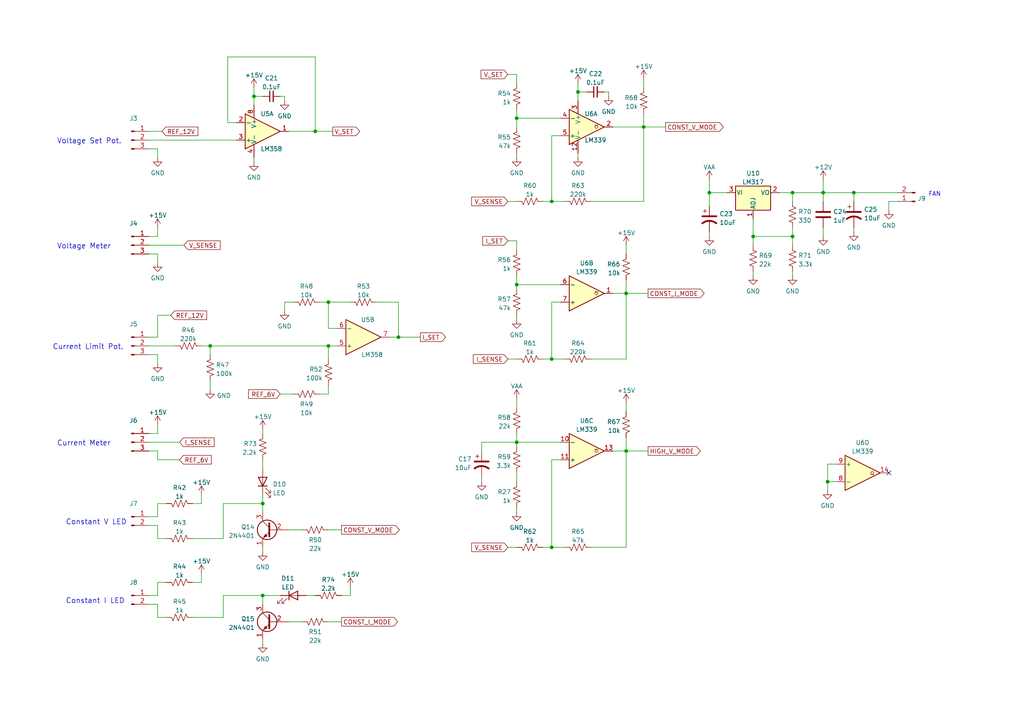
<source format=kicad_sch>
(kicad_sch (version 20211123) (generator eeschema)
  (paper "A4")
  (lib_symbols
    (symbol "Amplifier_Operational:TL082" (pin_names (offset 0.127))
      (property "Reference" "U" (at 0 5.08 0))
      (property "Value" "TL082" (at 0 -5.08 0))
      (symbol "TL082_1_1"
        (polyline (pts (xy -5.08 5.08) (xy 5.08 0) (xy -5.08 -5.08) (xy -5.08 5.08)) (stroke (width 0.254)) (fill (type background)))
        (pin output line (at 7.62 0 180) (length 2.54) (name "~") (number "1"))
        (pin input line (at -7.62 -2.54 0) (length 2.54) (name "-") (number "2"))
        (pin input line (at -7.62 2.54 0) (length 2.54) (name "+") (number "3"))
      )
      (symbol "TL082_2_1"
        (polyline (pts (xy -5.08 5.08) (xy 5.08 0) (xy -5.08 -5.08) (xy -5.08 5.08)) (stroke (width 0.254)) (fill (type background)))
        (pin input line (at -7.62 2.54 0) (length 2.54) (name "+") (number "5"))
        (pin input line (at -7.62 -2.54 0) (length 2.54) (name "-") (number "6"))
        (pin output line (at 7.62 0 180) (length 2.54) (name "~") (number "7"))
      )
      (symbol "TL082_3_1"
        (pin power_in line (at -2.54 -7.62 90) (length 3.81) (name "V-") (number "4"))
        (pin power_in line (at -2.54 7.62 270) (length 3.81) (name "V+") (number "8"))
      )
    )
    (symbol "Comparator:LM339" (pin_names (offset 0.127))
      (property "Reference" "U" (at 0 5.08 0))
      (property "Value" "LM339" (at 0 -5.08 0))
      (symbol "LM339_1_1"
        (polyline (pts (xy -5.08 5.08) (xy 5.08 0) (xy -5.08 -5.08) (xy -5.08 5.08)) (stroke (width 0.254)) (fill (type background)))
        (polyline (pts (xy 3.302 -0.508) (xy 2.794 -0.508) (xy 3.302 0) (xy 2.794 0.508) (xy 2.286 0) (xy 2.794 -0.508) (xy 2.286 -0.508)) (stroke (width 0.127)))
        (pin open_collector line (at 7.62 0 180) (length 2.54) (name "~") (number "2"))
        (pin input line (at -7.62 -2.54 0) (length 2.54) (name "-") (number "4"))
        (pin input line (at -7.62 2.54 0) (length 2.54) (name "+") (number "5"))
      )
      (symbol "LM339_2_1"
        (polyline (pts (xy -5.08 5.08) (xy 5.08 0) (xy -5.08 -5.08) (xy -5.08 5.08)) (stroke (width 0.254)) (fill (type background)))
        (polyline (pts (xy 3.302 -0.508) (xy 2.794 -0.508) (xy 3.302 0) (xy 2.794 0.508) (xy 2.286 0) (xy 2.794 -0.508) (xy 2.286 -0.508)) (stroke (width 0.127)))
        (pin open_collector line (at 7.62 0 180) (length 2.54) (name "~") (number "1"))
        (pin input line (at -7.62 -2.54 0) (length 2.54) (name "-") (number "6"))
        (pin input line (at -7.62 2.54 0) (length 2.54) (name "+") (number "7"))
      )
      (symbol "LM339_3_1"
        (polyline (pts (xy -5.08 5.08) (xy 5.08 0) (xy -5.08 -5.08) (xy -5.08 5.08)) (stroke (width 0.254)) (fill (type background)))
        (polyline (pts (xy 3.302 -0.508) (xy 2.794 -0.508) (xy 3.302 0) (xy 2.794 0.508) (xy 2.286 0) (xy 2.794 -0.508) (xy 2.286 -0.508)) (stroke (width 0.127)))
        (pin input line (at -7.62 -2.54 0) (length 2.54) (name "-") (number "10"))
        (pin input line (at -7.62 2.54 0) (length 2.54) (name "+") (number "11"))
        (pin open_collector line (at 7.62 0 180) (length 2.54) (name "~") (number "13"))
      )
      (symbol "LM339_4_1"
        (polyline (pts (xy -5.08 5.08) (xy 5.08 0) (xy -5.08 -5.08) (xy -5.08 5.08)) (stroke (width 0.254)) (fill (type background)))
        (polyline (pts (xy 3.302 -0.508) (xy 2.794 -0.508) (xy 3.302 0) (xy 2.794 0.508) (xy 2.286 0) (xy 2.794 -0.508) (xy 2.286 -0.508)) (stroke (width 0.127)))
        (pin open_collector line (at 7.62 0 180) (length 2.54) (name "~") (number "14"))
        (pin input line (at -7.62 -2.54 0) (length 2.54) (name "-") (number "8"))
        (pin input line (at -7.62 2.54 0) (length 2.54) (name "+") (number "9"))
      )
      (symbol "LM339_5_1"
        (pin power_in line (at -2.54 -7.62 90) (length 3.81) (name "V-") (number "12"))
        (pin power_in line (at -2.54 7.62 270) (length 3.81) (name "V+") (number "3"))
      )
    )
    (symbol "Connector:Conn_01x02_Male" (pin_names (offset 1.016) hide)
      (property "Reference" "J" (at 0 2.54 0))
      (property "Value" "Conn_01x02_Male" (at 0 -5.08 0))
      (symbol "Conn_01x02_Male_1_1"
        (polyline (pts (xy 1.27 -2.54) (xy 0.8636 -2.54)) (stroke (width 0.1524)))
        (polyline (pts (xy 1.27 0) (xy 0.8636 0)) (stroke (width 0.1524)))
        (rectangle (start 0.8636 -2.413) (end 0 -2.667) (stroke (width 0.1524)) (fill (type outline)))
        (rectangle (start 0.8636 0.127) (end 0 -0.127) (stroke (width 0.1524)) (fill (type outline)))
        (pin passive line (at 5.08 0 180) (length 3.81) (name "Pin_1") (number "1"))
        (pin passive line (at 5.08 -2.54 180) (length 3.81) (name "Pin_2") (number "2"))
      )
    )
    (symbol "Connector:Conn_01x03_Male" (pin_names (offset 1.016) hide)
      (property "Reference" "J" (at 0 5.08 0))
      (property "Value" "Conn_01x03_Male" (at 0 -5.08 0))
      (symbol "Conn_01x03_Male_1_1"
        (polyline (pts (xy 1.27 -2.54) (xy 0.8636 -2.54)) (stroke (width 0.1524)))
        (polyline (pts (xy 1.27 0) (xy 0.8636 0)) (stroke (width 0.1524)))
        (polyline (pts (xy 1.27 2.54) (xy 0.8636 2.54)) (stroke (width 0.1524)))
        (rectangle (start 0.8636 -2.413) (end 0 -2.667) (stroke (width 0.1524)) (fill (type outline)))
        (rectangle (start 0.8636 0.127) (end 0 -0.127) (stroke (width 0.1524)) (fill (type outline)))
        (rectangle (start 0.8636 2.667) (end 0 2.413) (stroke (width 0.1524)) (fill (type outline)))
        (pin passive line (at 5.08 2.54 180) (length 3.81) (name "Pin_1") (number "1"))
        (pin passive line (at 5.08 0 180) (length 3.81) (name "Pin_2") (number "2"))
        (pin passive line (at 5.08 -2.54 180) (length 3.81) (name "Pin_3") (number "3"))
      )
    )
    (symbol "Device:C" (pin_numbers hide) (pin_names (offset 0.254))
      (property "Reference" "C" (at 0.635 2.54 0))
      (property "Value" "C" (at 0.635 -2.54 0))
      (symbol "C_0_1"
        (polyline (pts (xy -2.032 -0.762) (xy 2.032 -0.762)) (stroke (width 0.508)))
        (polyline (pts (xy -2.032 0.762) (xy 2.032 0.762)) (stroke (width 0.508)))
      )
      (symbol "C_1_1"
        (pin passive line (at 0 3.81 270) (length 2.794) (name "~") (number "1"))
        (pin passive line (at 0 -3.81 90) (length 2.794) (name "~") (number "2"))
      )
    )
    (symbol "Device:C_Polarized_US" (pin_numbers hide) (pin_names (offset 0.254) hide)
      (property "Reference" "C" (at 0.635 2.54 0))
      (property "Value" "C_Polarized_US" (at 0.635 -2.54 0))
      (symbol "C_Polarized_US_0_1"
        (polyline (pts (xy -2.032 0.762) (xy 2.032 0.762)) (stroke (width 0.508)))
        (polyline (pts (xy -1.778 2.286) (xy -0.762 2.286)))
        (polyline (pts (xy -1.27 1.778) (xy -1.27 2.794)))
        (arc (start 2.032 -1.27) (mid 0 -0.5572) (end -2.032 -1.27) (stroke (width 0.508)))
      )
      (symbol "C_Polarized_US_1_1"
        (pin passive line (at 0 3.81 270) (length 2.794) (name "~") (number "1"))
        (pin passive line (at 0 -3.81 90) (length 3.302) (name "~") (number "2"))
      )
    )
    (symbol "Device:C_Small" (pin_numbers hide) (pin_names (offset 0.254) hide)
      (property "Reference" "C" (at 0.254 1.778 0))
      (property "Value" "C_Small" (at 0.254 -2.032 0))
      (symbol "C_Small_0_1"
        (polyline (pts (xy -1.524 -0.508) (xy 1.524 -0.508)) (stroke (width 0.3302)))
        (polyline (pts (xy -1.524 0.508) (xy 1.524 0.508)) (stroke (width 0.3048)))
      )
      (symbol "C_Small_1_1"
        (pin passive line (at 0 2.54 270) (length 2.032) (name "~") (number "1"))
        (pin passive line (at 0 -2.54 90) (length 2.032) (name "~") (number "2"))
      )
    )
    (symbol "Device:LED" (pin_numbers hide) (pin_names (offset 1.016) hide)
      (property "Reference" "D" (at 0 2.54 0))
      (property "Value" "LED" (at 0 -2.54 0))
      (symbol "LED_0_1"
        (polyline (pts (xy -1.27 -1.27) (xy -1.27 1.27)) (stroke (width 0.254)))
        (polyline (pts (xy -1.27 0) (xy 1.27 0)))
        (polyline (pts (xy 1.27 -1.27) (xy 1.27 1.27) (xy -1.27 0) (xy 1.27 -1.27)) (stroke (width 0.254)))
        (polyline (pts (xy -3.048 -0.762) (xy -4.572 -2.286) (xy -3.81 -2.286) (xy -4.572 -2.286) (xy -4.572 -1.524)))
        (polyline (pts (xy -1.778 -0.762) (xy -3.302 -2.286) (xy -2.54 -2.286) (xy -3.302 -2.286) (xy -3.302 -1.524)))
      )
      (symbol "LED_1_1"
        (pin passive line (at -3.81 0 0) (length 2.54) (name "K") (number "1"))
        (pin passive line (at 3.81 0 180) (length 2.54) (name "A") (number "2"))
      )
    )
    (symbol "Device:R_US" (pin_numbers hide) (pin_names (offset 0))
      (property "Reference" "R" (at 2.54 0 90))
      (property "Value" "R_US" (at -2.54 0 90))
      (symbol "R_US_0_1"
        (polyline (pts (xy 0 -2.286) (xy 0 -2.54)))
        (polyline (pts (xy 0 2.286) (xy 0 2.54)))
        (polyline (pts (xy 0 -0.762) (xy 1.016 -1.143) (xy 0 -1.524) (xy -1.016 -1.905) (xy 0 -2.286)))
        (polyline (pts (xy 0 0.762) (xy 1.016 0.381) (xy 0 0) (xy -1.016 -0.381) (xy 0 -0.762)))
        (polyline (pts (xy 0 2.286) (xy 1.016 1.905) (xy 0 1.524) (xy -1.016 1.143) (xy 0 0.762)))
      )
      (symbol "R_US_1_1"
        (pin passive line (at 0 3.81 270) (length 1.27) (name "~") (number "1"))
        (pin passive line (at 0 -3.81 90) (length 1.27) (name "~") (number "2"))
      )
    )
    (symbol "Regulator_Linear:LM317_TO-220" (pin_names (offset 0.254))
      (property "Reference" "U" (at -3.81 3.175 0))
      (property "Value" "LM317_TO-220" (at 0 3.175 0))
      (symbol "LM317_TO-220_0_1"
        (rectangle (start -5.08 1.905) (end 5.08 -5.08) (stroke (width 0.254)) (fill (type background)))
      )
      (symbol "LM317_TO-220_1_1"
        (pin input line (at 0 -7.62 90) (length 2.54) (name "ADJ") (number "1"))
        (pin power_out line (at 7.62 0 180) (length 2.54) (name "VO") (number "2"))
        (pin power_in line (at -7.62 0 0) (length 2.54) (name "VI") (number "3"))
      )
    )
    (symbol "Transistor_BJT:2N3904" (pin_names (offset 0) hide)
      (property "Reference" "Q" (at 5.08 1.905 0))
      (property "Value" "2N3904" (at 5.08 0 0))
      (symbol "2N3904_0_1"
        (polyline (pts (xy 0.635 0.635) (xy 2.54 2.54)))
        (polyline (pts (xy 0.635 -0.635) (xy 2.54 -2.54) (xy 2.54 -2.54)))
        (polyline (pts (xy 0.635 1.905) (xy 0.635 -1.905) (xy 0.635 -1.905)) (stroke (width 0.508)))
        (polyline (pts (xy 1.27 -1.778) (xy 1.778 -1.27) (xy 2.286 -2.286) (xy 1.27 -1.778) (xy 1.27 -1.778)) (fill (type outline)))
        (circle (center 1.27 0) (radius 2.8194) (stroke (width 0.254)))
      )
      (symbol "2N3904_1_1"
        (pin passive line (at 2.54 -5.08 90) (length 2.54) (name "E") (number "1"))
        (pin passive line (at -5.08 0 0) (length 5.715) (name "B") (number "2"))
        (pin passive line (at 2.54 5.08 270) (length 2.54) (name "C") (number "3"))
      )
    )
    (symbol "power:+12V" (power) (pin_names (offset 0))
      (property "Value" "+12V" (at 0 3.556 0))
      (symbol "+12V_0_1"
        (polyline (pts (xy -0.762 1.27) (xy 0 2.54)))
        (polyline (pts (xy 0 0) (xy 0 2.54)))
        (polyline (pts (xy 0 2.54) (xy 0.762 1.27)))
      )
      (symbol "+12V_1_1"
        (pin power_in line (at 0 0 90) (length 0) hide (name "+12V") (number "1"))
      )
    )
    (symbol "power:+15V" (power) (pin_names (offset 0))
      (property "Value" "+15V" (at 0 3.556 0))
      (symbol "+15V_0_1"
        (polyline (pts (xy -0.762 1.27) (xy 0 2.54)))
        (polyline (pts (xy 0 0) (xy 0 2.54)))
        (polyline (pts (xy 0 2.54) (xy 0.762 1.27)))
      )
      (symbol "+15V_1_1"
        (pin power_in line (at 0 0 90) (length 0) hide (name "+15V") (number "1"))
      )
    )
    (symbol "power:GND" (power) (pin_names (offset 0))
      (property "Value" "GND" (at 0 -3.81 0))
      (symbol "GND_0_1"
        (polyline (pts (xy 0 0) (xy 0 -1.27) (xy 1.27 -1.27) (xy 0 -2.54) (xy -1.27 -1.27) (xy 0 -1.27)))
      )
      (symbol "GND_1_1"
        (pin power_in line (at 0 0 270) (length 0) hide (name "GND") (number "1"))
      )
    )
    (symbol "power:VAA" (power) (pin_names (offset 0))
      (property "Value" "VAA" (at 0 3.81 0))
      (symbol "VAA_0_1"
        (polyline (pts (xy -0.762 1.27) (xy 0 2.54)))
        (polyline (pts (xy 0 0) (xy 0 2.54)))
        (polyline (pts (xy 0 2.54) (xy 0.762 1.27)))
      )
      (symbol "VAA_1_1"
        (pin power_in line (at 0 0 90) (length 0) hide (name "VAA") (number "1"))
      )
    )
  )
  (junction (at 181.61 130.81))
  (junction (at 218.44 68.58))
  (junction (at 95.25 87.63))
  (junction (at 247.65 55.88))
  (junction (at 76.2 172.72))
  (junction (at 160.02 104.14))
  (junction (at 76.2 146.05))
  (junction (at 229.87 55.88))
  (junction (at 149.86 82.55))
  (junction (at 186.69 36.83))
  (junction (at 60.96 100.33))
  (junction (at 238.76 55.88))
  (junction (at 149.86 128.27))
  (junction (at 167.64 26.67))
  (junction (at 205.74 55.88))
  (junction (at 229.87 68.58))
  (junction (at 181.61 85.09))
  (junction (at 91.44 38.1))
  (junction (at 95.25 100.33))
  (junction (at 149.86 34.29))
  (junction (at 115.57 97.79))
  (junction (at 160.02 158.75))
  (junction (at 240.03 139.7))
  (junction (at 160.02 58.42))
  (junction (at 73.66 27.94))
  (no_connect (at 257.81 137.16))
  (wire (pts (xy 139.7 128.27) (xy 149.86 128.27)))
  (wire (pts (xy 85.09 87.63) (xy 82.55 87.63)))
  (wire (pts (xy 83.82 180.34) (xy 87.63 180.34)))
  (wire (pts (xy 247.65 55.88) (xy 260.35 55.88)))
  (wire (pts (xy 186.69 22.86) (xy 186.69 25.4)))
  (wire (pts (xy 82.55 87.63) (xy 82.55 90.17)))
  (wire (pts (xy 60.96 100.33) (xy 95.25 100.33)))
  (wire (pts (xy 167.64 26.67) (xy 167.64 29.21)))
  (wire (pts (xy 95.25 87.63) (xy 92.71 87.63)))
  (wire (pts (xy 64.77 146.05) (xy 76.2 146.05)))
  (wire (pts (xy 260.35 58.42) (xy 257.81 58.42)))
  (wire (pts (xy 167.64 24.13) (xy 167.64 26.67)))
  (wire (pts (xy 55.88 156.21) (xy 64.77 156.21)))
  (wire (pts (xy 149.86 80.01) (xy 149.86 82.55)))
  (wire (pts (xy 149.86 44.45) (xy 149.86 45.72)))
  (wire (pts (xy 149.86 31.75) (xy 149.86 34.29)))
  (wire (pts (xy 76.2 185.42) (xy 76.2 186.69)))
  (wire (pts (xy 55.88 179.07) (xy 64.77 179.07)))
  (wire (pts (xy 64.77 156.21) (xy 64.77 146.05)))
  (wire (pts (xy 45.72 73.66) (xy 45.72 76.2)))
  (wire (pts (xy 45.72 97.79) (xy 45.72 91.44)))
  (wire (pts (xy 210.82 55.88) (xy 205.74 55.88)))
  (wire (pts (xy 218.44 68.58) (xy 229.87 68.58)))
  (wire (pts (xy 149.86 91.44) (xy 149.86 92.71)))
  (wire (pts (xy 48.26 179.07) (xy 45.72 179.07)))
  (wire (pts (xy 43.18 100.33) (xy 50.8 100.33)))
  (wire (pts (xy 73.66 27.94) (xy 73.66 30.48)))
  (wire (pts (xy 157.48 158.75) (xy 160.02 158.75)))
  (wire (pts (xy 240.03 139.7) (xy 242.57 139.7)))
  (wire (pts (xy 160.02 158.75) (xy 163.83 158.75)))
  (wire (pts (xy 240.03 134.62) (xy 240.03 139.7)))
  (wire (pts (xy 149.86 115.57) (xy 149.86 118.11)))
  (wire (pts (xy 186.69 33.02) (xy 186.69 36.83)))
  (wire (pts (xy 181.61 81.28) (xy 181.61 85.09)))
  (wire (pts (xy 257.81 58.42) (xy 257.81 60.96)))
  (wire (pts (xy 76.2 133.35) (xy 76.2 135.89)))
  (wire (pts (xy 139.7 130.81) (xy 139.7 128.27)))
  (wire (pts (xy 52.07 133.35) (xy 45.72 133.35)))
  (wire (pts (xy 181.61 158.75) (xy 181.61 130.81)))
  (wire (pts (xy 43.18 73.66) (xy 45.72 73.66)))
  (wire (pts (xy 45.72 43.18) (xy 45.72 45.72)))
  (wire (pts (xy 162.56 133.35) (xy 160.02 133.35)))
  (wire (pts (xy 218.44 63.5) (xy 218.44 68.58)))
  (wire (pts (xy 181.61 85.09) (xy 177.8 85.09)))
  (wire (pts (xy 229.87 58.42) (xy 229.87 55.88)))
  (wire (pts (xy 115.57 87.63) (xy 115.57 97.79)))
  (wire (pts (xy 167.64 26.67) (xy 170.18 26.67)))
  (wire (pts (xy 176.53 26.67) (xy 176.53 27.94)))
  (wire (pts (xy 91.44 38.1) (xy 96.52 38.1)))
  (wire (pts (xy 43.18 125.73) (xy 45.72 125.73)))
  (wire (pts (xy 218.44 68.58) (xy 218.44 71.12)))
  (wire (pts (xy 45.72 133.35) (xy 45.72 130.81)))
  (wire (pts (xy 149.86 128.27) (xy 162.56 128.27)))
  (wire (pts (xy 45.72 179.07) (xy 45.72 175.26)))
  (wire (pts (xy 82.55 27.94) (xy 82.55 29.21)))
  (wire (pts (xy 160.02 58.42) (xy 163.83 58.42)))
  (wire (pts (xy 73.66 45.72) (xy 73.66 46.99)))
  (wire (pts (xy 91.44 16.51) (xy 91.44 38.1)))
  (wire (pts (xy 95.25 95.25) (xy 95.25 87.63)))
  (wire (pts (xy 149.86 125.73) (xy 149.86 128.27)))
  (wire (pts (xy 81.28 114.3) (xy 85.09 114.3)))
  (wire (pts (xy 58.42 166.37) (xy 58.42 168.91)))
  (wire (pts (xy 181.61 127) (xy 181.61 130.81)))
  (wire (pts (xy 157.48 104.14) (xy 160.02 104.14)))
  (wire (pts (xy 45.72 152.4) (xy 43.18 152.4)))
  (wire (pts (xy 149.86 137.16) (xy 149.86 139.7)))
  (wire (pts (xy 43.18 97.79) (xy 45.72 97.79)))
  (wire (pts (xy 92.71 114.3) (xy 95.25 114.3)))
  (wire (pts (xy 45.72 146.05) (xy 45.72 149.86)))
  (wire (pts (xy 109.22 87.63) (xy 115.57 87.63)))
  (wire (pts (xy 95.25 153.67) (xy 99.06 153.67)))
  (wire (pts (xy 171.45 104.14) (xy 181.61 104.14)))
  (wire (pts (xy 139.7 138.43) (xy 139.7 139.7)))
  (wire (pts (xy 95.25 111.76) (xy 95.25 114.3)))
  (wire (pts (xy 171.45 58.42) (xy 186.69 58.42)))
  (wire (pts (xy 45.72 168.91) (xy 45.72 172.72)))
  (wire (pts (xy 43.18 128.27) (xy 52.07 128.27)))
  (wire (pts (xy 167.64 44.45) (xy 167.64 45.72)))
  (wire (pts (xy 95.25 100.33) (xy 97.79 100.33)))
  (wire (pts (xy 66.04 35.56) (xy 66.04 16.51)))
  (wire (pts (xy 64.77 172.72) (xy 76.2 172.72)))
  (wire (pts (xy 60.96 110.49) (xy 60.96 113.03)))
  (wire (pts (xy 147.32 69.85) (xy 149.86 69.85)))
  (wire (pts (xy 229.87 78.74) (xy 229.87 80.01)))
  (wire (pts (xy 205.74 52.07) (xy 205.74 55.88)))
  (wire (pts (xy 162.56 87.63) (xy 160.02 87.63)))
  (wire (pts (xy 45.72 175.26) (xy 43.18 175.26)))
  (wire (pts (xy 58.42 100.33) (xy 60.96 100.33)))
  (wire (pts (xy 181.61 130.81) (xy 187.96 130.81)))
  (wire (pts (xy 95.25 104.14) (xy 95.25 100.33)))
  (wire (pts (xy 160.02 133.35) (xy 160.02 158.75)))
  (wire (pts (xy 181.61 104.14) (xy 181.61 85.09)))
  (wire (pts (xy 45.72 156.21) (xy 45.72 152.4)))
  (wire (pts (xy 147.32 158.75) (xy 149.86 158.75)))
  (wire (pts (xy 45.72 123.19) (xy 45.72 125.73)))
  (wire (pts (xy 149.86 147.32) (xy 149.86 148.59)))
  (wire (pts (xy 48.26 156.21) (xy 45.72 156.21)))
  (wire (pts (xy 247.65 58.42) (xy 247.65 55.88)))
  (wire (pts (xy 43.18 38.1) (xy 46.99 38.1)))
  (wire (pts (xy 45.72 172.72) (xy 43.18 172.72)))
  (wire (pts (xy 76.2 158.75) (xy 76.2 160.02)))
  (wire (pts (xy 43.18 68.58) (xy 45.72 68.58)))
  (wire (pts (xy 160.02 87.63) (xy 160.02 104.14)))
  (wire (pts (xy 229.87 68.58) (xy 229.87 71.12)))
  (wire (pts (xy 171.45 158.75) (xy 181.61 158.75)))
  (wire (pts (xy 83.82 38.1) (xy 91.44 38.1)))
  (wire (pts (xy 73.66 27.94) (xy 76.2 27.94)))
  (wire (pts (xy 68.58 35.56) (xy 66.04 35.56)))
  (wire (pts (xy 45.72 66.04) (xy 45.72 68.58)))
  (wire (pts (xy 76.2 143.51) (xy 76.2 146.05)))
  (wire (pts (xy 45.72 130.81) (xy 43.18 130.81)))
  (wire (pts (xy 238.76 66.04) (xy 238.76 68.58)))
  (wire (pts (xy 115.57 97.79) (xy 113.03 97.79)))
  (wire (pts (xy 242.57 134.62) (xy 240.03 134.62)))
  (wire (pts (xy 149.86 82.55) (xy 149.86 83.82)))
  (wire (pts (xy 240.03 139.7) (xy 240.03 142.24)))
  (wire (pts (xy 177.8 36.83) (xy 186.69 36.83)))
  (wire (pts (xy 95.25 87.63) (xy 101.6 87.63)))
  (wire (pts (xy 229.87 55.88) (xy 226.06 55.88)))
  (wire (pts (xy 160.02 39.37) (xy 160.02 58.42)))
  (wire (pts (xy 147.32 58.42) (xy 149.86 58.42)))
  (wire (pts (xy 238.76 55.88) (xy 238.76 58.42)))
  (wire (pts (xy 55.88 168.91) (xy 58.42 168.91)))
  (wire (pts (xy 175.26 26.67) (xy 176.53 26.67)))
  (wire (pts (xy 64.77 179.07) (xy 64.77 172.72)))
  (wire (pts (xy 181.61 130.81) (xy 177.8 130.81)))
  (wire (pts (xy 58.42 143.51) (xy 58.42 146.05)))
  (wire (pts (xy 76.2 172.72) (xy 76.2 175.26)))
  (wire (pts (xy 43.18 40.64) (xy 68.58 40.64)))
  (wire (pts (xy 83.82 153.67) (xy 87.63 153.67)))
  (wire (pts (xy 48.26 146.05) (xy 45.72 146.05)))
  (wire (pts (xy 160.02 104.14) (xy 163.83 104.14)))
  (wire (pts (xy 147.32 21.59) (xy 149.86 21.59)))
  (wire (pts (xy 45.72 102.87) (xy 45.72 105.41)))
  (wire (pts (xy 149.86 34.29) (xy 149.86 36.83)))
  (wire (pts (xy 97.79 95.25) (xy 95.25 95.25)))
  (wire (pts (xy 238.76 55.88) (xy 247.65 55.88)))
  (wire (pts (xy 229.87 66.04) (xy 229.87 68.58)))
  (wire (pts (xy 43.18 43.18) (xy 45.72 43.18)))
  (wire (pts (xy 181.61 116.84) (xy 181.61 119.38)))
  (wire (pts (xy 162.56 39.37) (xy 160.02 39.37)))
  (wire (pts (xy 149.86 69.85) (xy 149.86 72.39)))
  (wire (pts (xy 43.18 102.87) (xy 45.72 102.87)))
  (wire (pts (xy 95.25 180.34) (xy 99.06 180.34)))
  (wire (pts (xy 66.04 16.51) (xy 91.44 16.51)))
  (wire (pts (xy 238.76 52.07) (xy 238.76 55.88)))
  (wire (pts (xy 81.28 27.94) (xy 82.55 27.94)))
  (wire (pts (xy 181.61 85.09) (xy 187.96 85.09)))
  (wire (pts (xy 115.57 97.79) (xy 121.92 97.79)))
  (wire (pts (xy 101.6 172.72) (xy 101.6 170.18)))
  (wire (pts (xy 147.32 104.14) (xy 149.86 104.14)))
  (wire (pts (xy 157.48 58.42) (xy 160.02 58.42)))
  (wire (pts (xy 186.69 36.83) (xy 193.04 36.83)))
  (wire (pts (xy 76.2 124.46) (xy 76.2 125.73)))
  (wire (pts (xy 45.72 149.86) (xy 43.18 149.86)))
  (wire (pts (xy 76.2 146.05) (xy 76.2 148.59)))
  (wire (pts (xy 149.86 128.27) (xy 149.86 129.54)))
  (wire (pts (xy 99.06 172.72) (xy 101.6 172.72)))
  (wire (pts (xy 186.69 58.42) (xy 186.69 36.83)))
  (wire (pts (xy 73.66 25.4) (xy 73.66 27.94)))
  (wire (pts (xy 149.86 21.59) (xy 149.86 24.13)))
  (wire (pts (xy 205.74 67.31) (xy 205.74 68.58)))
  (wire (pts (xy 48.26 168.91) (xy 45.72 168.91)))
  (wire (pts (xy 205.74 55.88) (xy 205.74 59.69)))
  (wire (pts (xy 229.87 55.88) (xy 238.76 55.88)))
  (wire (pts (xy 43.18 71.12) (xy 53.34 71.12)))
  (wire (pts (xy 181.61 71.12) (xy 181.61 73.66)))
  (wire (pts (xy 218.44 78.74) (xy 218.44 80.01)))
  (wire (pts (xy 149.86 34.29) (xy 162.56 34.29)))
  (wire (pts (xy 247.65 66.04) (xy 247.65 67.31)))
  (wire (pts (xy 91.44 172.72) (xy 88.9 172.72)))
  (wire (pts (xy 45.72 91.44) (xy 49.53 91.44)))
  (wire (pts (xy 149.86 82.55) (xy 162.56 82.55)))
  (wire (pts (xy 55.88 146.05) (xy 58.42 146.05)))
  (wire (pts (xy 76.2 172.72) (xy 81.28 172.72)))
  (wire (pts (xy 60.96 100.33) (xy 60.96 102.87)))
  (text "Constant I LED" (at 19.05 175.26 0) (effects (font (size 1.5 1.5)) (justify left bottom)))
  (text "Voltage Meter" (at 16.51 72.39 0) (effects (font (size 1.5 1.5)) (justify left bottom)))
  (text "Constant V LED" (at 19.05 152.4 0) (effects (font (size 1.5 1.5)) (justify left bottom)))
  (text "Voltage Set Pot." (at 16.51 41.91 0) (effects (font (size 1.5 1.5)) (justify left bottom)))
  (text "FAN" (at 269.24 57.15 0) (effects (font (size 1.27 1.27)) (justify left bottom)))
  (text "Current Limit Pot." (at 15.24 101.6 0) (effects (font (size 1.5 1.5)) (justify left bottom)))
  (text "Current Meter" (at 16.51 129.54 0) (effects (font (size 1.5 1.5)) (justify left bottom)))
  (global_label "CONST_I_MODE" (shape output) (at 99.06 180.34 0) (property "Intersheet References" "${INTERSHEET_REFS}" (effects hide)))
  (global_label "CONST_I_MODE" (shape output) (at 187.96 85.09 0) (property "Intersheet References" "${INTERSHEET_REFS}" (effects hide)))
  (global_label "HIGH_V_MODE" (shape output) (at 187.96 130.81 0) (property "Intersheet References" "${INTERSHEET_REFS}" (effects hide)))
  (global_label "V_SET" (shape output) (at 96.52 38.1 0) (property "Intersheet References" "${INTERSHEET_REFS}" (effects hide)))
  (global_label "I_SET" (shape output) (at 121.92 97.79 0) (property "Intersheet References" "${INTERSHEET_REFS}" (effects hide)))
  (global_label "CONST_V_MODE" (shape output) (at 99.06 153.67 0) (property "Intersheet References" "${INTERSHEET_REFS}" (effects hide)))
  (global_label "REF_6V" (shape input) (at 52.07 133.35 0) (property "Intersheet References" "${INTERSHEET_REFS}" (effects hide)))
  (global_label "I_SET" (shape input) (at 147.32 69.85 180) (property "Intersheet References" "${INTERSHEET_REFS}" (effects hide)))
  (global_label "REF_6V" (shape input) (at 81.28 114.3 180) (property "Intersheet References" "${INTERSHEET_REFS}" (effects hide)))
  (global_label "I_SENSE" (shape input) (at 147.32 104.14 180) (property "Intersheet References" "${INTERSHEET_REFS}" (effects hide)))
  (global_label "REF_12V" (shape input) (at 46.99 38.1 0) (property "Intersheet References" "${INTERSHEET_REFS}" (effects hide)))
  (global_label "V_SENSE" (shape input) (at 147.32 158.75 180) (property "Intersheet References" "${INTERSHEET_REFS}" (effects hide)))
  (global_label "V_SENSE" (shape input) (at 147.32 58.42 180) (property "Intersheet References" "${INTERSHEET_REFS}" (effects hide)))
  (global_label "V_SENSE" (shape input) (at 53.34 71.12 0) (property "Intersheet References" "${INTERSHEET_REFS}" (effects hide)))
  (global_label "V_SET" (shape input) (at 147.32 21.59 180) (property "Intersheet References" "${INTERSHEET_REFS}" (effects hide)))
  (global_label "REF_12V" (shape input) (at 49.53 91.44 0) (property "Intersheet References" "${INTERSHEET_REFS}" (effects hide)))
  (global_label "I_SENSE" (shape input) (at 52.07 128.27 0) (property "Intersheet References" "${INTERSHEET_REFS}" (effects hide)))
  (global_label "CONST_V_MODE" (shape output) (at 193.04 36.83 0) (property "Intersheet References" "${INTERSHEET_REFS}" (effects hide)))
  (symbol (lib_id "Device:R_US") (at 54.61 100.33 270) (mirror x) (unit 1)
    (property "Reference" "R46" (at 54.61 95.7412 90))
    (property "Value" "220k" (at 54.61 98.2781 90))
    (property "Footprint" "Resistor_THT:R_Axial_DIN0207_L6.3mm_D2.5mm_P10.16mm_Horizontal" (effects hide))
  )
  (symbol (lib_id "power:GND") (at 82.55 90.17 0) (unit 1)
    (property "Reference" "#PWR0153" (effects hide))
    (property "Value" "GND" (at 82.55 94.6134 0))
  )
  (symbol (lib_id "Device:R_US") (at 181.61 123.19 0) (mirror x) (unit 1)
    (property "Reference" "R67" (at 179.9591 122.3553 0) (effects (justify right)))
    (property "Value" "10k" (at 179.9591 124.8922 0) (effects (justify right)))
    (property "Footprint" "Resistor_THT:R_Axial_DIN0207_L6.3mm_D2.5mm_P10.16mm_Horizontal" (effects hide))
  )
  (symbol (lib_id "Connector:Conn_01x02_Male") (at 38.1 149.86 0) (unit 1)
    (property "Reference" "J7" (at 38.735 146.084 0))
    (property "Value" "Conn_01x02_Male" (effects hide))
    (property "Footprint" "Connector_PinHeader_2.54mm:PinHeader_1x02_P2.54mm_Horizontal" (effects hide))
  )
  (symbol (lib_id "Amplifier_Operational:TL082") (at 105.41 97.79 0) (mirror x) (unit 2)
    (property "Reference" "U5" (at 106.68 92.71 0))
    (property "Value" "LM358" (at 107.95 102.87 0))
    (property "Footprint" "Package_DIP:DIP-8_W7.62mm" (effects hide))
    (property "Datasheet" "http://www.ti.com/lit/ds/symlink/tl081.pdf" (effects hide))
  )
  (symbol (lib_id "Device:R_US") (at 52.07 179.07 90) (mirror x) (unit 1)
    (property "Reference" "R45" (at 52.07 174.4812 90))
    (property "Value" "1k" (at 52.07 177.0181 90))
    (property "Footprint" "Resistor_THT:R_Axial_DIN0207_L6.3mm_D2.5mm_P10.16mm_Horizontal" (effects hide))
  )
  (symbol (lib_id "power:+15V") (at 45.72 123.19 0) (unit 1)
    (property "Reference" "#PWR0148" (effects hide))
    (property "Value" "+15V" (at 45.72 119.6142 0))
  )
  (symbol (lib_id "power:+12V") (at 238.76 52.07 0) (unit 1)
    (property "Reference" "#PWR036" (effects hide))
    (property "Value" "+12V" (at 238.76 48.4942 0))
  )
  (symbol (lib_id "power:GND") (at 76.2 186.69 0) (unit 1)
    (property "Reference" "#PWR021" (effects hide))
    (property "Value" "GND" (at 76.2 191.1334 0))
  )
  (symbol (lib_id "Connector:Conn_01x02_Male") (at 38.1 172.72 0) (unit 1)
    (property "Reference" "J8" (at 38.735 168.944 0))
    (property "Value" "Conn_01x02_Male" (effects hide))
    (property "Footprint" "Connector_PinHeader_2.54mm:PinHeader_1x02_P2.54mm_Horizontal" (effects hide))
  )
  (symbol (lib_id "power:GND") (at 73.66 46.99 0) (unit 1)
    (property "Reference" "#PWR0151" (effects hide))
    (property "Value" "GND" (at 73.66 51.4334 0))
  )
  (symbol (lib_id "Device:R_US") (at 60.96 106.68 0) (mirror y) (unit 1)
    (property "Reference" "R47" (at 62.611 105.8453 0) (effects (justify right)))
    (property "Value" "100k" (at 62.611 108.3822 0) (effects (justify right)))
    (property "Footprint" "Resistor_THT:R_Axial_DIN0207_L6.3mm_D2.5mm_P10.16mm_Horizontal" (effects hide))
  )
  (symbol (lib_id "power:VAA") (at 149.86 115.57 0) (unit 1)
    (property "Reference" "#PWR048" (effects hide))
    (property "Value" "VAA" (at 149.86 111.9942 0))
  )
  (symbol (lib_id "Device:R_US") (at 218.44 74.93 0) (unit 1)
    (property "Reference" "R69" (at 220.091 74.0953 0) (effects (justify left)))
    (property "Value" "22k" (at 220.091 76.6322 0) (effects (justify left)))
    (property "Footprint" "Resistor_THT:R_Axial_DIN0207_L6.3mm_D2.5mm_P10.16mm_Horizontal" (effects hide))
  )
  (symbol (lib_id "Device:R_US") (at 167.64 104.14 90) (mirror x) (unit 1)
    (property "Reference" "R64" (at 167.64 99.5512 90))
    (property "Value" "220k" (at 167.64 102.0881 90))
    (property "Footprint" "Resistor_THT:R_Axial_DIN0207_L6.3mm_D2.5mm_P10.16mm_Horizontal" (effects hide))
  )
  (symbol (lib_id "power:GND") (at 60.96 113.03 0) (unit 1)
    (property "Reference" "#PWR019" (effects hide))
    (property "Value" "GND" (at 62.865 114.7338 0) (effects (justify left)))
  )
  (symbol (lib_id "Comparator:LM339") (at 170.18 85.09 0) (mirror x) (unit 2)
    (property "Reference" "U6" (at 170.18 76.3102 0))
    (property "Value" "LM339" (at 170.18 78.8471 0))
    (property "Footprint" "Package_DIP:DIP-14_W7.62mm" (effects hide))
    (property "Datasheet" "https://www.st.com/resource/en/datasheet/lm139.pdf" (effects hide))
  )
  (symbol (lib_id "power:GND") (at 149.86 92.71 0) (unit 1)
    (property "Reference" "#PWR024" (effects hide))
    (property "Value" "GND" (at 149.86 97.1534 0))
  )
  (symbol (lib_id "Device:R_US") (at 186.69 29.21 0) (mirror x) (unit 1)
    (property "Reference" "R68" (at 185.0391 28.3753 0) (effects (justify right)))
    (property "Value" "10k" (at 185.0391 30.9122 0) (effects (justify right)))
    (property "Footprint" "Resistor_THT:R_Axial_DIN0207_L6.3mm_D2.5mm_P10.16mm_Horizontal" (effects hide))
  )
  (symbol (lib_id "Device:R_US") (at 229.87 74.93 0) (unit 1)
    (property "Reference" "R71" (at 231.521 74.0953 0) (effects (justify left)))
    (property "Value" "3.3k" (at 231.521 76.6322 0) (effects (justify left)))
    (property "Footprint" "Resistor_THT:R_Axial_DIN0207_L6.3mm_D2.5mm_P10.16mm_Horizontal" (effects hide))
  )
  (symbol (lib_id "Regulator_Linear:LM317_TO-220") (at 218.44 55.88 0) (unit 1)
    (property "Reference" "U10" (at 218.44 50.2752 0))
    (property "Value" "LM317" (at 218.44 52.8121 0))
    (property "Footprint" "Package_TO_SOT_THT:TO-220-3_Vertical" (effects hide))
    (property "Datasheet" "http://www.ti.com/lit/ds/symlink/lm317.pdf" (effects hide))
  )
  (symbol (lib_id "Device:R_US") (at 149.86 76.2 0) (mirror x) (unit 1)
    (property "Reference" "R56" (at 148.209 75.3653 0) (effects (justify right)))
    (property "Value" "1k" (at 148.209 77.9022 0) (effects (justify right)))
    (property "Footprint" "Resistor_THT:R_Axial_DIN0207_L6.3mm_D2.5mm_P10.16mm_Horizontal" (effects hide))
  )
  (symbol (lib_id "power:GND") (at 205.74 68.58 0) (unit 1)
    (property "Reference" "#PWR033" (effects hide))
    (property "Value" "GND" (at 205.74 73.0234 0))
  )
  (symbol (lib_id "Amplifier_Operational:TL082") (at 76.2 38.1 0) (unit 3)
    (property "Reference" "U5" (effects hide))
    (property "Value" "LM358" (effects hide))
    (property "Footprint" "Package_DIP:DIP-8_W7.62mm" (effects hide))
    (property "Datasheet" "http://www.ti.com/lit/ds/symlink/tl081.pdf" (effects hide))
  )
  (symbol (lib_id "Device:R_US") (at 149.86 133.35 0) (mirror x) (unit 1)
    (property "Reference" "R59" (at 148.2091 132.5153 0) (effects (justify right)))
    (property "Value" "3.3k" (at 148.2091 135.0522 0) (effects (justify right)))
    (property "Footprint" "Resistor_THT:R_Axial_DIN0207_L6.3mm_D2.5mm_P10.16mm_Horizontal" (effects hide))
  )
  (symbol (lib_id "power:VAA") (at 205.74 52.07 0) (unit 1)
    (property "Reference" "#PWR032" (effects hide))
    (property "Value" "VAA" (at 205.74 48.4942 0))
  )
  (symbol (lib_id "power:+15V") (at 186.69 22.86 0) (unit 1)
    (property "Reference" "#PWR031" (effects hide))
    (property "Value" "+15V" (at 186.69 19.2842 0))
  )
  (symbol (lib_id "power:GND") (at 82.55 29.21 0) (unit 1)
    (property "Reference" "#PWR022" (effects hide))
    (property "Value" "GND" (at 82.55 33.6534 0))
  )
  (symbol (lib_id "Device:R_US") (at 153.67 104.14 270) (mirror x) (unit 1)
    (property "Reference" "R61" (at 153.67 99.5512 90))
    (property "Value" "1k" (at 153.67 102.0881 90))
    (property "Footprint" "Resistor_THT:R_Axial_DIN0207_L6.3mm_D2.5mm_P10.16mm_Horizontal" (effects hide))
  )
  (symbol (lib_id "Device:LED") (at 76.2 139.7 90) (unit 1)
    (property "Reference" "D10" (at 79.121 140.4528 90) (effects (justify right)))
    (property "Value" "LED" (at 79.121 142.9897 90) (effects (justify right)))
    (property "Footprint" "LED_THT:LED_D5.0mm" (effects hide))
  )
  (symbol (lib_id "Amplifier_Operational:TL082") (at 76.2 38.1 0) (mirror x) (unit 1)
    (property "Reference" "U5" (at 77.47 33.02 0))
    (property "Value" "LM358" (at 78.74 43.18 0))
    (property "Footprint" "Package_DIP:DIP-8_W7.62mm" (effects hide))
    (property "Datasheet" "http://www.ti.com/lit/ds/symlink/tl081.pdf" (effects hide))
  )
  (symbol (lib_id "Device:R_US") (at 95.25 107.95 0) (mirror x) (unit 1)
    (property "Reference" "R52" (at 93.5991 107.1153 0) (effects (justify right)))
    (property "Value" "100k" (at 93.5991 109.6522 0) (effects (justify right)))
    (property "Footprint" "Resistor_THT:R_Axial_DIN0207_L6.3mm_D2.5mm_P10.16mm_Horizontal" (effects hide))
  )
  (symbol (lib_id "Connector:Conn_01x03_Male") (at 38.1 100.33 0) (unit 1)
    (property "Reference" "J5" (at 38.735 94.014 0))
    (property "Value" "Conn_01x03_Male" (effects hide))
    (property "Footprint" "Connector_PinHeader_2.54mm:PinHeader_1x03_P2.54mm_Horizontal" (effects hide))
  )
  (symbol (lib_id "Device:C_Small") (at 78.74 27.94 90) (unit 1)
    (property "Reference" "C21" (at 78.7463 22.6781 90))
    (property "Value" "0.1uF" (at 78.7463 25.215 90))
    (property "Footprint" "Capacitor_THT:C_Disc_D5.0mm_W2.5mm_P2.50mm" (effects hide))
  )
  (symbol (lib_id "power:GND") (at 229.87 80.01 0) (unit 1)
    (property "Reference" "#PWR035" (effects hide))
    (property "Value" "GND" (at 229.87 84.4534 0))
  )
  (symbol (lib_id "Device:R_US") (at 149.86 143.51 0) (mirror x) (unit 1)
    (property "Reference" "R27" (at 148.209 142.6753 0) (effects (justify right)))
    (property "Value" "1k" (at 148.209 145.2122 0) (effects (justify right)))
    (property "Footprint" "Resistor_THT:R_Axial_DIN0207_L6.3mm_D2.5mm_P10.16mm_Horizontal" (effects hide))
  )
  (symbol (lib_id "power:GND") (at 45.72 45.72 0) (unit 1)
    (property "Reference" "#PWR0150" (effects hide))
    (property "Value" "GND" (at 45.72 50.1634 0))
  )
  (symbol (lib_id "Comparator:LM339") (at 170.18 130.81 0) (mirror x) (unit 3)
    (property "Reference" "U6" (at 170.18 122.0302 0))
    (property "Value" "LM339" (at 170.18 124.5671 0))
    (property "Footprint" "Package_DIP:DIP-14_W7.62mm" (effects hide))
    (property "Datasheet" "https://www.st.com/resource/en/datasheet/lm139.pdf" (effects hide))
  )
  (symbol (lib_id "Transistor_BJT:2N3904") (at 78.74 180.34 0) (mirror y) (unit 1)
    (property "Reference" "Q15" (at 73.8887 179.5053 0) (effects (justify left)))
    (property "Value" "2N4401" (at 73.8887 182.0422 0) (effects (justify left)))
    (property "Footprint" "Package_TO_SOT_THT:TO-92_Inline_Wide" (effects hide))
    (property "Datasheet" "https://www.onsemi.com/pub/Collateral/2N3903-D.PDF" (effects hide))
  )
  (symbol (lib_id "Device:R_US") (at 149.86 27.94 0) (mirror x) (unit 1)
    (property "Reference" "R54" (at 148.209 27.1053 0) (effects (justify right)))
    (property "Value" "1k" (at 148.209 29.6422 0) (effects (justify right)))
    (property "Footprint" "Resistor_THT:R_Axial_DIN0207_L6.3mm_D2.5mm_P10.16mm_Horizontal" (effects hide))
  )
  (symbol (lib_id "power:+15V") (at 76.2 124.46 0) (unit 1)
    (property "Reference" "#PWR041" (effects hide))
    (property "Value" "+15V" (at 76.2 120.8842 0))
  )
  (symbol (lib_id "power:GND") (at 76.2 160.02 0) (unit 1)
    (property "Reference" "#PWR020" (effects hide))
    (property "Value" "GND" (at 76.2 164.4634 0))
  )
  (symbol (lib_id "power:+15V") (at 101.6 170.18 0) (unit 1)
    (property "Reference" "#PWR042" (effects hide))
    (property "Value" "+15V" (at 101.6 166.6042 0))
  )
  (symbol (lib_id "Device:R_US") (at 52.07 168.91 90) (mirror x) (unit 1)
    (property "Reference" "R44" (at 52.07 164.3212 90))
    (property "Value" "1k" (at 52.07 166.8581 90))
    (property "Footprint" "Resistor_THT:R_Axial_DIN0207_L6.3mm_D2.5mm_P10.16mm_Horizontal" (effects hide))
  )
  (symbol (lib_id "Device:R_US") (at 105.41 87.63 90) (mirror x) (unit 1)
    (property "Reference" "R53" (at 105.41 83.0412 90))
    (property "Value" "10k" (at 105.41 85.5781 90))
    (property "Footprint" "Resistor_THT:R_Axial_DIN0207_L6.3mm_D2.5mm_P10.16mm_Horizontal" (effects hide))
  )
  (symbol (lib_id "Device:C_Small") (at 172.72 26.67 90) (unit 1)
    (property "Reference" "C22" (at 172.7263 21.4081 90))
    (property "Value" "0.1uF" (at 172.7263 23.945 90))
    (property "Footprint" "Capacitor_THT:C_Disc_D5.0mm_W2.5mm_P2.50mm" (effects hide))
  )
  (symbol (lib_id "Device:R_US") (at 167.64 58.42 90) (mirror x) (unit 1)
    (property "Reference" "R63" (at 167.64 53.8312 90))
    (property "Value" "220k" (at 167.64 56.3681 90))
    (property "Footprint" "Resistor_THT:R_Axial_DIN0207_L6.3mm_D2.5mm_P10.16mm_Horizontal" (effects hide))
  )
  (symbol (lib_id "Connector:Conn_01x03_Male") (at 38.1 71.12 0) (unit 1)
    (property "Reference" "J4" (at 38.735 64.804 0))
    (property "Value" "Conn_01x03_Male" (effects hide))
    (property "Footprint" "Connector_PinHeader_2.54mm:PinHeader_1x03_P2.54mm_Horizontal" (effects hide))
  )
  (symbol (lib_id "power:GND") (at 45.72 105.41 0) (unit 1)
    (property "Reference" "#PWR0149" (effects hide))
    (property "Value" "GND" (at 45.72 109.8534 0))
  )
  (symbol (lib_id "Device:R_US") (at 153.67 158.75 270) (mirror x) (unit 1)
    (property "Reference" "R62" (at 153.67 154.1612 90))
    (property "Value" "1k" (at 153.67 156.6981 90))
    (property "Footprint" "Resistor_THT:R_Axial_DIN0207_L6.3mm_D2.5mm_P10.16mm_Horizontal" (effects hide))
  )
  (symbol (lib_id "Device:R_US") (at 149.86 121.92 0) (mirror x) (unit 1)
    (property "Reference" "R58" (at 148.209 121.0853 0) (effects (justify right)))
    (property "Value" "22k" (at 148.209 123.6222 0) (effects (justify right)))
    (property "Footprint" "Resistor_THT:R_Axial_DIN0207_L6.3mm_D2.5mm_P10.16mm_Horizontal" (effects hide))
  )
  (symbol (lib_id "power:GND") (at 149.86 148.59 0) (unit 1)
    (property "Reference" "#PWR025" (effects hide))
    (property "Value" "GND" (at 149.86 153.0334 0))
  )
  (symbol (lib_id "Connector:Conn_01x02_Male") (at 265.43 58.42 180) (unit 1)
    (property "Reference" "J9" (at 266.1412 57.5838 0) (effects (justify right)))
    (property "Value" "Conn_01x02_Male" (effects hide))
    (property "Footprint" "Connector_PinHeader_2.54mm:PinHeader_1x02_P2.54mm_Vertical" (effects hide))
  )
  (symbol (lib_id "Device:C_Polarized_US") (at 205.74 63.5 0) (unit 1)
    (property "Reference" "C23" (at 208.661 62.0303 0) (effects (justify left)))
    (property "Value" "10uF" (at 208.661 64.5672 0) (effects (justify left)))
    (property "Footprint" "Capacitor_THT:CP_Radial_D5.0mm_P2.50mm" (effects hide))
  )
  (symbol (lib_id "Device:R_US") (at 88.9 87.63 90) (mirror x) (unit 1)
    (property "Reference" "R48" (at 88.9 83.0412 90))
    (property "Value" "10k" (at 88.9 85.5781 90))
    (property "Footprint" "Resistor_THT:R_Axial_DIN0207_L6.3mm_D2.5mm_P10.16mm_Horizontal" (effects hide))
  )
  (symbol (lib_id "power:GND") (at 167.64 45.72 0) (unit 1)
    (property "Reference" "#PWR027" (effects hide))
    (property "Value" "GND" (at 167.64 50.1634 0))
  )
  (symbol (lib_id "Device:R_US") (at 153.67 58.42 270) (mirror x) (unit 1)
    (property "Reference" "R60" (at 153.67 53.8312 90))
    (property "Value" "1k" (at 153.67 56.3681 90))
    (property "Footprint" "Resistor_THT:R_Axial_DIN0207_L6.3mm_D2.5mm_P10.16mm_Horizontal" (effects hide))
  )
  (symbol (lib_id "Device:R_US") (at 149.86 87.63 0) (mirror x) (unit 1)
    (property "Reference" "R57" (at 148.2091 86.7953 0) (effects (justify right)))
    (property "Value" "47k" (at 148.2091 89.3322 0) (effects (justify right)))
    (property "Footprint" "Resistor_THT:R_Axial_DIN0207_L6.3mm_D2.5mm_P10.16mm_Horizontal" (effects hide))
  )
  (symbol (lib_id "Transistor_BJT:2N3904") (at 78.74 153.67 0) (mirror y) (unit 1)
    (property "Reference" "Q14" (at 73.8887 152.8353 0) (effects (justify left)))
    (property "Value" "2N4401" (at 73.8887 155.3722 0) (effects (justify left)))
    (property "Footprint" "Package_TO_SOT_THT:TO-92_Inline_Wide" (effects hide))
    (property "Datasheet" "https://www.onsemi.com/pub/Collateral/2N3903-D.PDF" (effects hide))
  )
  (symbol (lib_id "power:GND") (at 149.86 45.72 0) (unit 1)
    (property "Reference" "#PWR023" (effects hide))
    (property "Value" "GND" (at 149.86 50.1634 0))
  )
  (symbol (lib_id "Device:R_US") (at 76.2 129.54 0) (mirror x) (unit 1)
    (property "Reference" "R73" (at 74.549 128.7053 0) (effects (justify right)))
    (property "Value" "2.2k" (at 74.549 131.2422 0) (effects (justify right)))
    (property "Footprint" "Resistor_THT:R_Axial_DIN0207_L6.3mm_D2.5mm_P10.16mm_Horizontal" (effects hide))
  )
  (symbol (lib_id "Device:R_US") (at 91.44 153.67 270) (mirror x) (unit 1)
    (property "Reference" "R50" (at 91.44 156.5894 90))
    (property "Value" "22k" (at 91.44 159.1263 90))
    (property "Footprint" "Resistor_THT:R_Axial_DIN0207_L6.3mm_D2.5mm_P10.16mm_Horizontal" (effects hide))
  )
  (symbol (lib_id "power:GND") (at 218.44 80.01 0) (unit 1)
    (property "Reference" "#PWR034" (effects hide))
    (property "Value" "GND" (at 218.44 84.4534 0))
  )
  (symbol (lib_id "power:GND") (at 238.76 68.58 0) (unit 1)
    (property "Reference" "#PWR037" (effects hide))
    (property "Value" "GND" (at 238.76 73.0234 0))
  )
  (symbol (lib_id "power:+15V") (at 181.61 71.12 0) (unit 1)
    (property "Reference" "#PWR029" (effects hide))
    (property "Value" "+15V" (at 181.61 67.5442 0))
  )
  (symbol (lib_id "power:+15V") (at 181.61 116.84 0) (unit 1)
    (property "Reference" "#PWR030" (effects hide))
    (property "Value" "+15V" (at 181.61 113.2642 0))
  )
  (symbol (lib_id "Device:R_US") (at 52.07 146.05 90) (mirror x) (unit 1)
    (property "Reference" "R42" (at 52.07 141.4612 90))
    (property "Value" "1k" (at 52.07 143.9981 90))
    (property "Footprint" "Resistor_THT:R_Axial_DIN0207_L6.3mm_D2.5mm_P10.16mm_Horizontal" (effects hide))
  )
  (symbol (lib_id "Device:R_US") (at 88.9 114.3 270) (mirror x) (unit 1)
    (property "Reference" "R49" (at 88.9 117.2194 90))
    (property "Value" "10k" (at 88.9 119.7563 90))
    (property "Footprint" "Resistor_THT:R_Axial_DIN0207_L6.3mm_D2.5mm_P10.16mm_Horizontal" (effects hide))
  )
  (symbol (lib_id "power:GND") (at 139.7 139.7 0) (unit 1)
    (property "Reference" "#PWR047" (effects hide))
    (property "Value" "GND" (at 139.7 144.1434 0))
  )
  (symbol (lib_id "Comparator:LM339") (at 170.18 36.83 0) (mirror x) (unit 1)
    (property "Reference" "U6" (at 171.45 33.02 0))
    (property "Value" "LM339" (at 172.72 40.64 0))
    (property "Footprint" "Package_DIP:DIP-14_W7.62mm" (effects hide))
    (property "Datasheet" "https://www.st.com/resource/en/datasheet/lm139.pdf" (effects hide))
  )
  (symbol (lib_id "power:GND") (at 176.53 27.94 0) (unit 1)
    (property "Reference" "#PWR028" (effects hide))
    (property "Value" "GND" (at 176.53 32.3834 0))
  )
  (symbol (lib_id "power:+15V") (at 167.64 24.13 0) (unit 1)
    (property "Reference" "#PWR026" (effects hide))
    (property "Value" "+15V" (at 167.64 20.5542 0))
  )
  (symbol (lib_id "Connector:Conn_01x03_Male") (at 38.1 128.27 0) (unit 1)
    (property "Reference" "J6" (at 38.735 121.954 0))
    (property "Value" "Conn_01x03_Male" (effects hide))
    (property "Footprint" "Connector_PinHeader_2.54mm:PinHeader_1x03_P2.54mm_Horizontal" (effects hide))
  )
  (symbol (lib_id "Comparator:LM339") (at 170.18 36.83 0) (unit 5)
    (property "Reference" "U6" (effects hide))
    (property "Value" "LM339" (effects hide))
    (property "Footprint" "Package_DIP:DIP-14_W7.62mm" (effects hide))
    (property "Datasheet" "https://www.st.com/resource/en/datasheet/lm139.pdf" (effects hide))
  )
  (symbol (lib_id "Device:R_US") (at 149.86 40.64 0) (mirror x) (unit 1)
    (property "Reference" "R55" (at 148.2091 39.8053 0) (effects (justify right)))
    (property "Value" "47k" (at 148.2091 42.3422 0) (effects (justify right)))
    (property "Footprint" "Resistor_THT:R_Axial_DIN0207_L6.3mm_D2.5mm_P10.16mm_Horizontal" (effects hide))
  )
  (symbol (lib_id "power:+15V") (at 73.66 25.4 0) (unit 1)
    (property "Reference" "#PWR0152" (effects hide))
    (property "Value" "+15V" (at 73.66 21.8242 0))
  )
  (symbol (lib_id "power:GND") (at 240.03 142.24 0) (unit 1)
    (property "Reference" "#PWR038" (effects hide))
    (property "Value" "GND" (at 240.03 146.6834 0))
  )
  (symbol (lib_id "Device:R_US") (at 95.25 172.72 90) (mirror x) (unit 1)
    (property "Reference" "R74" (at 95.25 168.1312 90))
    (property "Value" "2.2k" (at 95.25 170.6681 90))
    (property "Footprint" "Resistor_THT:R_Axial_DIN0207_L6.3mm_D2.5mm_P10.16mm_Horizontal" (effects hide))
  )
  (symbol (lib_id "Device:C_Polarized_US") (at 139.7 134.62 0) (unit 1)
    (property "Reference" "C17" (at 136.7791 133.1503 0) (effects (justify right)))
    (property "Value" "10uF" (at 136.7791 135.6872 0) (effects (justify right)))
    (property "Footprint" "Capacitor_THT:CP_Radial_D5.0mm_P2.50mm" (effects hide))
  )
  (symbol (lib_id "Device:R_US") (at 181.61 77.47 0) (mirror x) (unit 1)
    (property "Reference" "R66" (at 179.9591 76.6353 0) (effects (justify right)))
    (property "Value" "10k" (at 179.9591 79.1722 0) (effects (justify right)))
    (property "Footprint" "Resistor_THT:R_Axial_DIN0207_L6.3mm_D2.5mm_P10.16mm_Horizontal" (effects hide))
  )
  (symbol (lib_id "Comparator:LM339") (at 250.19 137.16 0) (unit 4)
    (property "Reference" "U6" (at 250.19 128.3802 0))
    (property "Value" "LM339" (at 250.19 130.9171 0))
    (property "Footprint" "Package_DIP:DIP-14_W7.62mm" (effects hide))
    (property "Datasheet" "https://www.st.com/resource/en/datasheet/lm139.pdf" (effects hide))
  )
  (symbol (lib_id "power:GND") (at 257.81 60.96 0) (unit 1)
    (property "Reference" "#PWR040" (effects hide))
    (property "Value" "GND" (at 257.81 65.4034 0))
  )
  (symbol (lib_id "Device:R_US") (at 167.64 158.75 90) (mirror x) (unit 1)
    (property "Reference" "R65" (at 167.64 154.1612 90))
    (property "Value" "47k" (at 167.64 156.6981 90))
    (property "Footprint" "Resistor_THT:R_Axial_DIN0207_L6.3mm_D2.5mm_P10.16mm_Horizontal" (effects hide))
  )
  (symbol (lib_id "Connector:Conn_01x03_Male") (at 38.1 40.64 0) (unit 1)
    (property "Reference" "J3" (at 38.735 34.324 0))
    (property "Value" "Conn_01x03_Male" (effects hide))
    (property "Footprint" "Connector_PinHeader_2.54mm:PinHeader_1x03_P2.54mm_Horizontal" (effects hide))
  )
  (symbol (lib_id "Device:R_US") (at 229.87 62.23 0) (unit 1)
    (property "Reference" "R70" (at 231.521 61.3953 0) (effects (justify left)))
    (property "Value" "330" (at 231.521 63.9322 0) (effects (justify left)))
    (property "Footprint" "Resistor_THT:R_Axial_DIN0207_L6.3mm_D2.5mm_P10.16mm_Horizontal" (effects hide))
  )
  (symbol (lib_id "power:GND") (at 45.72 76.2 0) (unit 1)
    (property "Reference" "#PWR0146" (effects hide))
    (property "Value" "GND" (at 45.72 80.6434 0))
  )
  (symbol (lib_id "Device:LED") (at 85.09 172.72 0) (unit 1)
    (property "Reference" "D11" (at 83.5025 167.7502 0))
    (property "Value" "LED" (at 83.5025 170.2871 0))
    (property "Footprint" "LED_THT:LED_D5.0mm" (effects hide))
  )
  (symbol (lib_id "power:+15V") (at 45.72 66.04 0) (unit 1)
    (property "Reference" "#PWR0147" (effects hide))
    (property "Value" "+15V" (at 45.72 62.4642 0))
  )
  (symbol (lib_id "power:+15V") (at 58.42 143.51 0) (unit 1)
    (property "Reference" "#PWR017" (effects hide))
    (property "Value" "+15V" (at 58.42 139.9342 0))
  )
  (symbol (lib_id "Device:C_Polarized_US") (at 247.65 62.23 0) (unit 1)
    (property "Reference" "C25" (at 250.571 60.7603 0) (effects (justify left)))
    (property "Value" "10uF" (at 250.571 63.2972 0) (effects (justify left)))
    (property "Footprint" "Capacitor_THT:CP_Radial_D5.0mm_P2.50mm" (effects hide))
  )
  (symbol (lib_id "power:GND") (at 247.65 67.31 0) (unit 1)
    (property "Reference" "#PWR039" (effects hide))
    (property "Value" "GND" (at 247.65 71.7534 0))
  )
  (symbol (lib_id "Device:R_US") (at 52.07 156.21 90) (mirror x) (unit 1)
    (property "Reference" "R43" (at 52.07 151.6212 90))
    (property "Value" "1k" (at 52.07 154.1581 90))
    (property "Footprint" "Resistor_THT:R_Axial_DIN0207_L6.3mm_D2.5mm_P10.16mm_Horizontal" (effects hide))
  )
  (symbol (lib_id "Device:C") (at 238.76 62.23 0) (unit 1)
    (property "Reference" "C24" (at 241.681 61.3953 0) (effects (justify left)))
    (property "Value" "1uF" (at 241.681 63.9322 0) (effects (justify left)))
    (property "Footprint" "Capacitor_THT:C_Axial_L5.1mm_D3.1mm_P7.50mm_Horizontal" (effects hide))
  )
  (symbol (lib_id "Device:R_US") (at 91.44 180.34 270) (mirror x) (unit 1)
    (property "Reference" "R51" (at 91.44 183.2594 90))
    (property "Value" "22k" (at 91.44 185.7963 90))
    (property "Footprint" "Resistor_THT:R_Axial_DIN0207_L6.3mm_D2.5mm_P10.16mm_Horizontal" (effects hide))
  )
  (symbol (lib_id "power:+15V") (at 58.42 166.37 0) (unit 1)
    (property "Reference" "#PWR018" (effects hide))
    (property "Value" "+15V" (at 58.42 162.7942 0))
  )
)
</source>
